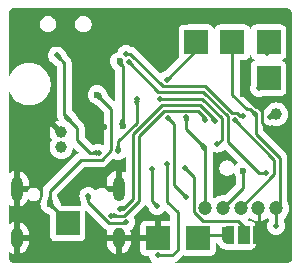
<source format=gbr>
%TF.GenerationSoftware,KiCad,Pcbnew,8.0.6-8.0.6-0~ubuntu24.04.1*%
%TF.CreationDate,2024-11-07T17:00:29-08:00*%
%TF.ProjectId,uSlime,75536c69-6d65-42e6-9b69-6361645f7063,rev?*%
%TF.SameCoordinates,Original*%
%TF.FileFunction,Copper,L2,Bot*%
%TF.FilePolarity,Positive*%
%FSLAX46Y46*%
G04 Gerber Fmt 4.6, Leading zero omitted, Abs format (unit mm)*
G04 Created by KiCad (PCBNEW 8.0.6-8.0.6-0~ubuntu24.04.1) date 2024-11-07 17:00:29*
%MOMM*%
%LPD*%
G01*
G04 APERTURE LIST*
G04 Aperture macros list*
%AMFreePoly0*
4,1,19,0.550000,-0.750000,0.000000,-0.750000,0.000000,-0.744911,-0.071157,-0.744911,-0.207708,-0.704816,-0.327430,-0.627875,-0.420627,-0.520320,-0.479746,-0.390866,-0.500000,-0.250000,-0.500000,0.250000,-0.479746,0.390866,-0.420627,0.520320,-0.327430,0.627875,-0.207708,0.704816,-0.071157,0.744911,0.000000,0.744911,0.000000,0.750000,0.550000,0.750000,0.550000,-0.750000,0.550000,-0.750000,
$1*%
%AMFreePoly1*
4,1,19,0.000000,0.744911,0.071157,0.744911,0.207708,0.704816,0.327430,0.627875,0.420627,0.520320,0.479746,0.390866,0.500000,0.250000,0.500000,-0.250000,0.479746,-0.390866,0.420627,-0.520320,0.327430,-0.627875,0.207708,-0.704816,0.071157,-0.744911,0.000000,-0.744911,0.000000,-0.750000,-0.550000,-0.750000,-0.550000,0.750000,0.000000,0.750000,0.000000,0.744911,0.000000,0.744911,
$1*%
G04 Aperture macros list end*
%TA.AperFunction,ComponentPad*%
%ADD10C,1.200000*%
%TD*%
%TA.AperFunction,ComponentPad*%
%ADD11O,1.000000X2.100000*%
%TD*%
%TA.AperFunction,ComponentPad*%
%ADD12O,1.000000X1.800000*%
%TD*%
%TA.AperFunction,ComponentPad*%
%ADD13C,1.000000*%
%TD*%
%TA.AperFunction,SMDPad,CuDef*%
%ADD14R,2.000000X2.000000*%
%TD*%
%TA.AperFunction,SMDPad,CuDef*%
%ADD15C,1.000000*%
%TD*%
%TA.AperFunction,SMDPad,CuDef*%
%ADD16FreePoly0,0.000000*%
%TD*%
%TA.AperFunction,SMDPad,CuDef*%
%ADD17R,1.000000X1.500000*%
%TD*%
%TA.AperFunction,SMDPad,CuDef*%
%ADD18FreePoly1,0.000000*%
%TD*%
%TA.AperFunction,ViaPad*%
%ADD19C,0.600000*%
%TD*%
%TA.AperFunction,ViaPad*%
%ADD20C,0.500000*%
%TD*%
%TA.AperFunction,Conductor*%
%ADD21C,0.254000*%
%TD*%
G04 APERTURE END LIST*
D10*
%TO.P,CN2,1,1*%
%TO.N,BNO_SDA*%
X17145000Y-17450000D03*
%TO.P,CN2,2,2*%
%TO.N,+3.3V*%
X18645000Y-17450000D03*
%TO.P,CN2,3,3*%
%TO.N,BNO_INT2*%
X20145000Y-17450000D03*
%TO.P,CN2,4,4*%
%TO.N,GND*%
X21645000Y-17450000D03*
%TO.P,CN2,5,5*%
%TO.N,BNO_SCL*%
X23145000Y-17450000D03*
%TD*%
D11*
%TO.P,J1,S1,SHIELD*%
%TO.N,GND*%
X1180000Y-15795000D03*
D12*
X1180000Y-19975000D03*
D11*
X9820000Y-15795000D03*
D12*
X9820000Y-19975000D03*
%TD*%
D13*
%TO.P,CN1,1,1*%
%TO.N,GND*%
X4969000Y-11025000D03*
%TO.P,CN1,2,2*%
%TO.N,VBAT*%
X4969000Y-12275000D03*
%TD*%
D14*
%TO.P,TP7,1,1*%
%TO.N,GND*%
X13150000Y-20000000D03*
%TD*%
%TO.P,TP2,1,1*%
%TO.N,+3.3V*%
X16550000Y-20000000D03*
%TD*%
%TO.P,TP3,1,1*%
%TO.N,/ESP32-C6FH4/IO20{slash}PICO*%
X22500000Y-6450000D03*
%TD*%
%TO.P,TP4,1,1*%
%TO.N,BNO_SCL*%
X19450000Y-3400000D03*
%TD*%
%TO.P,TP8,1,1*%
%TO.N,VBUS*%
X5500000Y-18750000D03*
%TD*%
%TO.P,TP5,1,1*%
%TO.N,/ESP32-C6FH4/IO21{slash}POCI*%
X22500000Y-3400000D03*
%TD*%
D15*
%TO.P,TP1,1,1*%
%TO.N,/ESP32-C6FH4/IO9{slash}BOOT*%
X23150000Y-9500000D03*
%TD*%
D16*
%TO.P,JP1,1,A*%
%TO.N,+3.3V*%
X19100000Y-19757500D03*
D17*
%TO.P,JP1,2,C*%
%TO.N,Net-(JP1-C)*%
X20400000Y-19757500D03*
D18*
%TO.P,JP1,3,B*%
%TO.N,GND*%
X21700000Y-19757500D03*
%TD*%
D14*
%TO.P,TP6,1,1*%
%TO.N,BNO_SDA*%
X16400000Y-3400000D03*
%TD*%
D19*
%TO.N,GND*%
X19000000Y-15650000D03*
X8573000Y-10600000D03*
X20304643Y-7795357D03*
X7400000Y-6900000D03*
X23600000Y-11550000D03*
X15550000Y-1650000D03*
D20*
%TO.N,/ESP32-C6FH4/ESP_EN*%
X18176861Y-11998309D03*
X13316601Y-8176104D03*
%TO.N,/ESP32-C6FH4/IO9{slash}BOOT*%
X22650000Y-9700000D03*
D19*
%TO.N,VBUS*%
X8000000Y-7850000D03*
X4000000Y-17100000D03*
D20*
%TO.N,/ESP32-C6FH4/IO8*%
X10450000Y-4400000D03*
X20350000Y-9631002D03*
%TO.N,/ESP32-C6FH4/IO20{slash}PICO*%
X21700000Y-7300000D03*
%TO.N,/ESP32-C6FH4/IO21{slash}POCI*%
X22400000Y-4350000D03*
%TO.N,D+ P*%
X9900000Y-17523003D03*
X17950000Y-10050000D03*
%TO.N,D- N*%
X9200000Y-18100003D03*
X17150000Y-10000000D03*
%TO.N,BNO_INT*%
X13950000Y-9800000D03*
X15524672Y-16482672D03*
%TO.N,Net-(U5-BOOTN)*%
X12659792Y-14165170D03*
X13080216Y-17254389D03*
%TO.N,BNO_SCL*%
X23150000Y-18954000D03*
X21350000Y-9500000D03*
%TO.N,BNO_SDA*%
X15550000Y-9764218D03*
X17023000Y-12250000D03*
X13893601Y-6568104D03*
%TO.N,Net-(JP1-C)*%
X15462843Y-14076070D03*
%TO.N,Net-(U5-ENV_SDA)*%
X13923000Y-13750000D03*
X13154460Y-21450002D03*
D19*
%TO.N,+3.3V*%
X16550000Y-20000000D03*
X20350000Y-14300000D03*
X10150000Y-10500000D03*
X18800000Y-19300000D03*
X9903257Y-5014182D03*
D20*
%TO.N,BatSense*%
X11352002Y-8247538D03*
X9771908Y-12602492D03*
%TO.N,Net-(J1-CC2)*%
X10463626Y-18632763D03*
X7250000Y-16400000D03*
%TO.N,BNO_INT2*%
X19627000Y-9993000D03*
%TO.N,Net-(D2-A)*%
X4575000Y-4525000D03*
X8110000Y-12773000D03*
X5525000Y-9875000D03*
%TO.N,Net-(LED1---Pad4)*%
X22245974Y-14495972D03*
X10651144Y-5070481D03*
%TD*%
D21*
%TO.N,GND*%
X21409286Y-8900000D02*
X21566002Y-8900000D01*
X21700000Y-17505000D02*
X21645000Y-17450000D01*
X21927000Y-9260998D02*
X21927000Y-10227000D01*
X21927000Y-10227000D02*
X23250000Y-11550000D01*
X21566002Y-8900000D02*
X21927000Y-9260998D01*
X21700000Y-19757500D02*
X21700000Y-17505000D01*
X20304643Y-7795357D02*
X21409286Y-8900000D01*
X23250000Y-11550000D02*
X23600000Y-11550000D01*
X13150000Y-20000000D02*
X9845000Y-20000000D01*
X9845000Y-20000000D02*
X9820000Y-19975000D01*
%TO.N,/ESP32-C6FH4/ESP_EN*%
X16892106Y-8176104D02*
X18527000Y-9810998D01*
X13316601Y-8176104D02*
X16892106Y-8176104D01*
X18527000Y-9810998D02*
X18527000Y-11648170D01*
X18527000Y-11648170D02*
X18176861Y-11998309D01*
%TO.N,/ESP32-C6FH4/IO9{slash}BOOT*%
X22850000Y-9500000D02*
X22650000Y-9700000D01*
X23150000Y-9500000D02*
X22850000Y-9500000D01*
%TO.N,VBUS*%
X5500000Y-18600000D02*
X5500000Y-18750000D01*
X4000000Y-16000000D02*
X4000000Y-17100000D01*
X8376002Y-13350000D02*
X6650000Y-13350000D01*
X9200000Y-9050000D02*
X9200000Y-12526002D01*
X6650000Y-13350000D02*
X4000000Y-16000000D01*
X4000000Y-17100000D02*
X5500000Y-18600000D01*
X9200000Y-12526002D02*
X8376002Y-13350000D01*
X8000000Y-7850000D02*
X9200000Y-9050000D01*
%TO.N,/ESP32-C6FH4/IO8*%
X20081004Y-9631002D02*
X19866002Y-9416000D01*
X13545104Y-7145104D02*
X10800000Y-4400000D01*
X19416107Y-9416000D02*
X17145211Y-7145104D01*
X17145211Y-7145104D02*
X13545104Y-7145104D01*
X10800000Y-4400000D02*
X10450000Y-4400000D01*
X20350000Y-9631002D02*
X20081004Y-9631002D01*
X19866002Y-9416000D02*
X19416107Y-9416000D01*
%TO.N,/ESP32-C6FH4/IO20{slash}PICO*%
X22500000Y-6500000D02*
X22500000Y-6450000D01*
X21700000Y-7300000D02*
X22500000Y-6500000D01*
%TO.N,/ESP32-C6FH4/IO21{slash}POCI*%
X22500000Y-4250000D02*
X22400000Y-4350000D01*
X22500000Y-3400000D02*
X22500000Y-4250000D01*
%TO.N,D+ P*%
X11050000Y-16650000D02*
X11050000Y-11150000D01*
X13466782Y-8733218D02*
X16725270Y-8733218D01*
X11050000Y-11150000D02*
X13466782Y-8733218D01*
X17950000Y-9957948D02*
X17950000Y-10050000D01*
X10176997Y-17523003D02*
X11050000Y-16650000D01*
X16725270Y-8733218D02*
X17950000Y-9957948D01*
X9900000Y-17523003D02*
X10176997Y-17523003D01*
%TO.N,D- N*%
X11504000Y-11338052D02*
X13654834Y-9187218D01*
X10242050Y-18100003D02*
X11504000Y-16838053D01*
X9200000Y-18100003D02*
X10242050Y-18100003D01*
X16537218Y-9187218D02*
X17150000Y-9800000D01*
X11504000Y-16838053D02*
X11504000Y-11338052D01*
X13654834Y-9187218D02*
X16537218Y-9187218D01*
%TO.N,BNO_INT*%
X14500000Y-15458000D02*
X14500000Y-10350000D01*
X15524672Y-16482672D02*
X14500000Y-15458000D01*
X14500000Y-10350000D02*
X13950000Y-9800000D01*
%TO.N,Net-(U5-BOOTN)*%
X12659792Y-16833965D02*
X13080216Y-17254389D01*
X12659792Y-14165170D02*
X12659792Y-16833965D01*
%TO.N,BNO_SCL*%
X21445199Y-9595199D02*
X21445199Y-11169147D01*
X20650000Y-9050000D02*
X19450000Y-7850000D01*
X23454000Y-13177948D02*
X23454000Y-17141000D01*
X21350000Y-9500000D02*
X20900000Y-9050000D01*
X23150000Y-17455000D02*
X23145000Y-17450000D01*
X20900000Y-9050000D02*
X20650000Y-9050000D01*
X23454000Y-17141000D02*
X23145000Y-17450000D01*
X21350000Y-9500000D02*
X21445199Y-9595199D01*
X23150000Y-18954000D02*
X23150000Y-17455000D01*
X21445199Y-11169147D02*
X23454000Y-13177948D01*
X19450000Y-7850000D02*
X19450000Y-3400000D01*
%TO.N,BNO_SDA*%
X16400000Y-4061705D02*
X16400000Y-3400000D01*
X17023000Y-12250000D02*
X15550000Y-10777000D01*
X15550000Y-10777000D02*
X15550000Y-9764218D01*
X13893601Y-6568104D02*
X16400000Y-4061705D01*
X17145000Y-12372000D02*
X17145000Y-17450000D01*
X17023000Y-12250000D02*
X17145000Y-12372000D01*
%TO.N,Net-(JP1-C)*%
X16200000Y-14813227D02*
X15462843Y-14076070D01*
X16934024Y-18550000D02*
X16200000Y-17815976D01*
X19934024Y-18550000D02*
X16934024Y-18550000D01*
X20400000Y-19757500D02*
X20400000Y-19015976D01*
X20400000Y-19015976D02*
X19934024Y-18550000D01*
X16200000Y-17815976D02*
X16200000Y-14813227D01*
%TO.N,Net-(U5-ENV_SDA)*%
X13923000Y-16940703D02*
X13923000Y-13750000D01*
X14800000Y-17817703D02*
X13923000Y-16940703D01*
X13154460Y-21450002D02*
X14353998Y-21450002D01*
X14800000Y-21004000D02*
X14800000Y-17817703D01*
X14353998Y-21450002D02*
X14800000Y-21004000D01*
%TO.N,+3.3V*%
X16792500Y-19757500D02*
X16550000Y-20000000D01*
X9903257Y-5014182D02*
X9903257Y-5138596D01*
X19100000Y-19757500D02*
X16792500Y-19757500D01*
X20350000Y-15745000D02*
X18645000Y-17450000D01*
X9903257Y-5138596D02*
X10150000Y-5385339D01*
X19100000Y-19757500D02*
X19100000Y-19600000D01*
X20350000Y-14300000D02*
X20350000Y-15745000D01*
X10150000Y-5385339D02*
X10150000Y-10500000D01*
X19100000Y-19600000D02*
X18800000Y-19300000D01*
%TO.N,BatSense*%
X11352002Y-10205946D02*
X11352002Y-8247538D01*
X9771908Y-12602492D02*
X9771908Y-11786040D01*
X9771908Y-11786040D02*
X11352002Y-10205946D01*
%TO.N,Net-(J1-CC2)*%
X7250000Y-16966005D02*
X8960998Y-18677003D01*
X8960998Y-18677003D02*
X10419386Y-18677003D01*
X7250000Y-16400000D02*
X7250000Y-16966005D01*
X10419386Y-18677003D02*
X10463626Y-18632763D01*
%TO.N,BNO_INT2*%
X23000000Y-14557948D02*
X20145000Y-17412948D01*
X23000000Y-13366000D02*
X23000000Y-14557948D01*
X20145000Y-17412948D02*
X20145000Y-17450000D01*
X19627000Y-9993000D02*
X23000000Y-13366000D01*
%TO.N,Net-(D2-A)*%
X4575000Y-4525000D02*
X5200000Y-5150000D01*
X5525000Y-9875000D02*
X6300000Y-10650000D01*
X6300000Y-11700000D02*
X7373000Y-12773000D01*
X5200000Y-5150000D02*
X5200000Y-9550000D01*
X6300000Y-10650000D02*
X6300000Y-11700000D01*
X5200000Y-9550000D02*
X5525000Y-9875000D01*
X7373000Y-12773000D02*
X8110000Y-12773000D01*
%TO.N,Net-(LED1---Pad4)*%
X19050000Y-11850000D02*
X19050000Y-9691946D01*
X13555603Y-7599104D02*
X13179767Y-7599104D01*
X22245974Y-14495972D02*
X21695972Y-14495972D01*
X19050000Y-9691946D02*
X16958054Y-7600000D01*
X16958054Y-7600000D02*
X13556499Y-7600000D01*
X13179767Y-7599104D02*
X10651144Y-5070481D01*
X21695972Y-14495972D02*
X19050000Y-11850000D01*
X13556499Y-7600000D02*
X13555603Y-7599104D01*
%TD*%
%TA.AperFunction,Conductor*%
%TO.N,GND*%
G36*
X23923644Y-507584D02*
G01*
X23923980Y-507607D01*
X23927000Y-507607D01*
X23927004Y-507608D01*
X23990144Y-507607D01*
X23995630Y-507914D01*
X24098562Y-519512D01*
X24109257Y-521953D01*
X24204407Y-555247D01*
X24214292Y-560007D01*
X24293020Y-609475D01*
X24299654Y-613643D01*
X24308233Y-620485D01*
X24379514Y-691766D01*
X24386356Y-700345D01*
X24439992Y-785707D01*
X24444752Y-795593D01*
X24478045Y-890741D01*
X24480487Y-901438D01*
X24492084Y-1004368D01*
X24492392Y-1009854D01*
X24492392Y-1075963D01*
X24492416Y-1076334D01*
X24499499Y-21597237D01*
X24499191Y-21602741D01*
X24487593Y-21705666D01*
X24485151Y-21716362D01*
X24451858Y-21811512D01*
X24447097Y-21821399D01*
X24393461Y-21906759D01*
X24386620Y-21915337D01*
X24315337Y-21986620D01*
X24306759Y-21993461D01*
X24221399Y-22047097D01*
X24211512Y-22051858D01*
X24116362Y-22085151D01*
X24105666Y-22087593D01*
X24009877Y-22098386D01*
X24002732Y-22099192D01*
X23997247Y-22099500D01*
X14672047Y-22099500D01*
X14637399Y-22085148D01*
X14623047Y-22050500D01*
X14637399Y-22015852D01*
X14649427Y-22007807D01*
X14649112Y-22007218D01*
X14651225Y-22006087D01*
X14651231Y-22006085D01*
X14754006Y-21937413D01*
X14841409Y-21850010D01*
X15243306Y-21448111D01*
X15277953Y-21433760D01*
X15304356Y-21442547D01*
X15304592Y-21442116D01*
X15306983Y-21443421D01*
X15307315Y-21443532D01*
X15307664Y-21443793D01*
X15307665Y-21443794D01*
X15307667Y-21443794D01*
X15307669Y-21443796D01*
X15442517Y-21494091D01*
X15442520Y-21494092D01*
X15486177Y-21498785D01*
X15502127Y-21500500D01*
X17597872Y-21500499D01*
X17597878Y-21500499D01*
X17657478Y-21494092D01*
X17657479Y-21494091D01*
X17657483Y-21494091D01*
X17792331Y-21443796D01*
X17907546Y-21357546D01*
X17993796Y-21242331D01*
X18044091Y-21107483D01*
X18044091Y-21107481D01*
X18044092Y-21107479D01*
X18050500Y-21047879D01*
X18050500Y-20434000D01*
X18064852Y-20399352D01*
X18099500Y-20385000D01*
X18135516Y-20385000D01*
X18170164Y-20399352D01*
X18180088Y-20413644D01*
X18215233Y-20490601D01*
X18215234Y-20490602D01*
X18293010Y-20611625D01*
X18293013Y-20611629D01*
X18293014Y-20611630D01*
X18387168Y-20720291D01*
X18387171Y-20720294D01*
X18495909Y-20814515D01*
X18616861Y-20892246D01*
X18616860Y-20892246D01*
X18684445Y-20923110D01*
X18747741Y-20952017D01*
X18885696Y-20992524D01*
X19028111Y-21013000D01*
X19028115Y-21013000D01*
X19650008Y-21013000D01*
X19707552Y-21008884D01*
X19721940Y-21007855D01*
X19755176Y-20998095D01*
X19786106Y-20999199D01*
X19792517Y-21001591D01*
X19792520Y-21001592D01*
X19836177Y-21006285D01*
X19852127Y-21008000D01*
X20947872Y-21007999D01*
X20947878Y-21007999D01*
X21007478Y-21001592D01*
X21007479Y-21001591D01*
X21007483Y-21001591D01*
X21142331Y-20951296D01*
X21257546Y-20865046D01*
X21343796Y-20749831D01*
X21394091Y-20614983D01*
X21394091Y-20614981D01*
X21394092Y-20614979D01*
X21400499Y-20555379D01*
X21400500Y-20555373D01*
X21400499Y-18959628D01*
X21400499Y-18959620D01*
X21394092Y-18900021D01*
X21394091Y-18900017D01*
X21343796Y-18765169D01*
X21338360Y-18757908D01*
X21320960Y-18734664D01*
X21257546Y-18649954D01*
X21188314Y-18598127D01*
X21142333Y-18563705D01*
X21142331Y-18563704D01*
X21084223Y-18542031D01*
X21007479Y-18513407D01*
X20947879Y-18507000D01*
X20947873Y-18507000D01*
X20798739Y-18507000D01*
X20764091Y-18492648D01*
X20726559Y-18455116D01*
X20712207Y-18420468D01*
X20726559Y-18385820D01*
X20735408Y-18378809D01*
X20811041Y-18331981D01*
X20862361Y-18285196D01*
X20897633Y-18272460D01*
X20928382Y-18285197D01*
X20979257Y-18331576D01*
X21152590Y-18438900D01*
X21342674Y-18512538D01*
X21543072Y-18550000D01*
X21746928Y-18550000D01*
X21947325Y-18512538D01*
X22137409Y-18438900D01*
X22310736Y-18331580D01*
X22361616Y-18285196D01*
X22396890Y-18272459D01*
X22427636Y-18285194D01*
X22478959Y-18331981D01*
X22499295Y-18344572D01*
X22521198Y-18375014D01*
X22522500Y-18386233D01*
X22522500Y-18527914D01*
X22514989Y-18553984D01*
X22469545Y-18626305D01*
X22413688Y-18785937D01*
X22413686Y-18785946D01*
X22394751Y-18954000D01*
X22411612Y-19103650D01*
X22413687Y-19122059D01*
X22469544Y-19281690D01*
X22559523Y-19424890D01*
X22679110Y-19544477D01*
X22822310Y-19634456D01*
X22981941Y-19690313D01*
X23150000Y-19709249D01*
X23318059Y-19690313D01*
X23477690Y-19634456D01*
X23620890Y-19544477D01*
X23740477Y-19424890D01*
X23830456Y-19281690D01*
X23886313Y-19122059D01*
X23905249Y-18954000D01*
X23886313Y-18785941D01*
X23830456Y-18626310D01*
X23830455Y-18626309D01*
X23830454Y-18626305D01*
X23785011Y-18553984D01*
X23777500Y-18527914D01*
X23777500Y-18380041D01*
X23791852Y-18345393D01*
X23800706Y-18338380D01*
X23801426Y-18337933D01*
X23811041Y-18331981D01*
X23961764Y-18194579D01*
X24084673Y-18031821D01*
X24175582Y-17849250D01*
X24231397Y-17653083D01*
X24250215Y-17450000D01*
X24231397Y-17246917D01*
X24175582Y-17050750D01*
X24164158Y-17027808D01*
X24086637Y-16872123D01*
X24081500Y-16850282D01*
X24081500Y-13116145D01*
X24081499Y-13116141D01*
X24080458Y-13110910D01*
X24074725Y-13082085D01*
X24074725Y-13082082D01*
X24057388Y-12994925D01*
X24057386Y-12994914D01*
X24055889Y-12991299D01*
X24019907Y-12904431D01*
X24010085Y-12880720D01*
X24010083Y-12880715D01*
X23941411Y-12777940D01*
X23854008Y-12690537D01*
X22087051Y-10923580D01*
X22072699Y-10888932D01*
X22072699Y-10302362D01*
X22087051Y-10267714D01*
X22121699Y-10253362D01*
X22156347Y-10267714D01*
X22179110Y-10290477D01*
X22322310Y-10380456D01*
X22481941Y-10436313D01*
X22650000Y-10455249D01*
X22787554Y-10439749D01*
X22807262Y-10441550D01*
X22953868Y-10486024D01*
X23150000Y-10505341D01*
X23346132Y-10486024D01*
X23534727Y-10428814D01*
X23708538Y-10335910D01*
X23860883Y-10210883D01*
X23985910Y-10058538D01*
X24078814Y-9884727D01*
X24136024Y-9696132D01*
X24155341Y-9500000D01*
X24136024Y-9303868D01*
X24078814Y-9115273D01*
X23985910Y-8941462D01*
X23985907Y-8941458D01*
X23985905Y-8941455D01*
X23932537Y-8876427D01*
X23860883Y-8789117D01*
X23776290Y-8719693D01*
X23708544Y-8664094D01*
X23708541Y-8664092D01*
X23708539Y-8664091D01*
X23708538Y-8664090D01*
X23549842Y-8579265D01*
X23534726Y-8571185D01*
X23346132Y-8513976D01*
X23150000Y-8494659D01*
X22953867Y-8513976D01*
X22953866Y-8513976D01*
X22765273Y-8571185D01*
X22591458Y-8664092D01*
X22591455Y-8664094D01*
X22439117Y-8789117D01*
X22314091Y-8941458D01*
X22253221Y-9055337D01*
X22236077Y-9073727D01*
X22179112Y-9109521D01*
X22179108Y-9109524D01*
X22107038Y-9181594D01*
X22072390Y-9195946D01*
X22037742Y-9181594D01*
X22030901Y-9173016D01*
X21940478Y-9029112D01*
X21940477Y-9029110D01*
X21820890Y-8909523D01*
X21677690Y-8819544D01*
X21518059Y-8763687D01*
X21518057Y-8763686D01*
X21518047Y-8763684D01*
X21515983Y-8763452D01*
X21486828Y-8749409D01*
X21300009Y-8562590D01*
X21300005Y-8562587D01*
X21284252Y-8552061D01*
X21197233Y-8493917D01*
X21157599Y-8477500D01*
X21083038Y-8446615D01*
X21083032Y-8446613D01*
X21034142Y-8436888D01*
X20961803Y-8422500D01*
X20961800Y-8422500D01*
X20930215Y-8422500D01*
X20895567Y-8408148D01*
X20091852Y-7604433D01*
X20077500Y-7569785D01*
X20077500Y-4949499D01*
X20091852Y-4914851D01*
X20126500Y-4900499D01*
X20497878Y-4900499D01*
X20557478Y-4894092D01*
X20557479Y-4894091D01*
X20557483Y-4894091D01*
X20692331Y-4843796D01*
X20807546Y-4757546D01*
X20893796Y-4642331D01*
X20929089Y-4547703D01*
X20954644Y-4520256D01*
X20992124Y-4518917D01*
X21019572Y-4544472D01*
X21020905Y-4547690D01*
X21038612Y-4595164D01*
X21056205Y-4642333D01*
X21071369Y-4662589D01*
X21142454Y-4757546D01*
X21207290Y-4806082D01*
X21245821Y-4834927D01*
X21257669Y-4843796D01*
X21352292Y-4879088D01*
X21352295Y-4879089D01*
X21379743Y-4904645D01*
X21381082Y-4942124D01*
X21355526Y-4969572D01*
X21352295Y-4970911D01*
X21257666Y-5006205D01*
X21142454Y-5092454D01*
X21056205Y-5207666D01*
X21005907Y-5342520D01*
X20999500Y-5402120D01*
X20999500Y-7021266D01*
X20996750Y-7037449D01*
X20963689Y-7131934D01*
X20963686Y-7131946D01*
X20944751Y-7300000D01*
X20963686Y-7468053D01*
X20963688Y-7468062D01*
X21019543Y-7627687D01*
X21019546Y-7627694D01*
X21047756Y-7672591D01*
X21052175Y-7681532D01*
X21056203Y-7692331D01*
X21079636Y-7723632D01*
X21081896Y-7726923D01*
X21099487Y-7754919D01*
X21109521Y-7770887D01*
X21109524Y-7770891D01*
X21128882Y-7790249D01*
X21133460Y-7795531D01*
X21142454Y-7807546D01*
X21154466Y-7816538D01*
X21159749Y-7821116D01*
X21229110Y-7890477D01*
X21372310Y-7980456D01*
X21531941Y-8036313D01*
X21700000Y-8055249D01*
X21868059Y-8036313D01*
X22027690Y-7980456D01*
X22063411Y-7958010D01*
X22089481Y-7950499D01*
X23547878Y-7950499D01*
X23607478Y-7944092D01*
X23607479Y-7944091D01*
X23607483Y-7944091D01*
X23742331Y-7893796D01*
X23857546Y-7807546D01*
X23943796Y-7692331D01*
X23994091Y-7557483D01*
X23994091Y-7557481D01*
X23994092Y-7557479D01*
X23999064Y-7511225D01*
X24000500Y-7497873D01*
X24000499Y-5402128D01*
X24000499Y-5402127D01*
X24000499Y-5402120D01*
X23994092Y-5342521D01*
X23990062Y-5331716D01*
X23943796Y-5207669D01*
X23935299Y-5196319D01*
X23923313Y-5180307D01*
X23857546Y-5092454D01*
X23799938Y-5049329D01*
X23742332Y-5006204D01*
X23742328Y-5006202D01*
X23647704Y-4970909D01*
X23620256Y-4945354D01*
X23618918Y-4907875D01*
X23644473Y-4880427D01*
X23647676Y-4879099D01*
X23742331Y-4843796D01*
X23857546Y-4757546D01*
X23943796Y-4642331D01*
X23994091Y-4507483D01*
X23994091Y-4507481D01*
X23994092Y-4507479D01*
X24000499Y-4447879D01*
X24000500Y-4447873D01*
X24000499Y-2352128D01*
X24000499Y-2352127D01*
X24000499Y-2352120D01*
X23994092Y-2292521D01*
X23994091Y-2292517D01*
X23943796Y-2157669D01*
X23857546Y-2042454D01*
X23788314Y-1990627D01*
X23742333Y-1956205D01*
X23742331Y-1956204D01*
X23697381Y-1939439D01*
X23607479Y-1905907D01*
X23547879Y-1899500D01*
X21452120Y-1899500D01*
X21392521Y-1905907D01*
X21257666Y-1956205D01*
X21142454Y-2042454D01*
X21056204Y-2157667D01*
X21056202Y-2157671D01*
X21020909Y-2252295D01*
X20995354Y-2279743D01*
X20957875Y-2281081D01*
X20930427Y-2255526D01*
X20929096Y-2252313D01*
X20893796Y-2157669D01*
X20807546Y-2042454D01*
X20738314Y-1990627D01*
X20692333Y-1956205D01*
X20692331Y-1956204D01*
X20647381Y-1939439D01*
X20557479Y-1905907D01*
X20497879Y-1899500D01*
X18402120Y-1899500D01*
X18342521Y-1905907D01*
X18207666Y-1956205D01*
X18092454Y-2042454D01*
X18006204Y-2157667D01*
X18006202Y-2157671D01*
X17970909Y-2252295D01*
X17945354Y-2279743D01*
X17907875Y-2281081D01*
X17880427Y-2255526D01*
X17879096Y-2252313D01*
X17843796Y-2157669D01*
X17757546Y-2042454D01*
X17688314Y-1990627D01*
X17642333Y-1956205D01*
X17642331Y-1956204D01*
X17597381Y-1939439D01*
X17507479Y-1905907D01*
X17447879Y-1899500D01*
X15352120Y-1899500D01*
X15292521Y-1905907D01*
X15157666Y-1956205D01*
X15042454Y-2042454D01*
X14956205Y-2157666D01*
X14905907Y-2292520D01*
X14899500Y-2352120D01*
X14899500Y-4447879D01*
X14905908Y-4507479D01*
X14905908Y-4507481D01*
X14905909Y-4507483D01*
X14918710Y-4541806D01*
X14938611Y-4595164D01*
X14937272Y-4632643D01*
X14927348Y-4646935D01*
X13756771Y-5817513D01*
X13727619Y-5831556D01*
X13725551Y-5831789D01*
X13725538Y-5831792D01*
X13565911Y-5887648D01*
X13565909Y-5887649D01*
X13422713Y-5977625D01*
X13422711Y-5977627D01*
X13378525Y-6021812D01*
X13343877Y-6036163D01*
X13309230Y-6021811D01*
X11200012Y-3912592D01*
X11200008Y-3912589D01*
X11199581Y-3912304D01*
X11097233Y-3843917D01*
X11097230Y-3843915D01*
X11097229Y-3843915D01*
X11063784Y-3830062D01*
X10983038Y-3796615D01*
X10983036Y-3796614D01*
X10983035Y-3796614D01*
X10983032Y-3796613D01*
X10983023Y-3796611D01*
X10870904Y-3774309D01*
X10854393Y-3767740D01*
X10777690Y-3719544D01*
X10618059Y-3663687D01*
X10618055Y-3663686D01*
X10618053Y-3663686D01*
X10450000Y-3644751D01*
X10281946Y-3663686D01*
X10281937Y-3663688D01*
X10122310Y-3719544D01*
X10122308Y-3719545D01*
X9979112Y-3809521D01*
X9979108Y-3809524D01*
X9859524Y-3929108D01*
X9859521Y-3929112D01*
X9769545Y-4072308D01*
X9769544Y-4072310D01*
X9721287Y-4210218D01*
X9696297Y-4238182D01*
X9691221Y-4240284D01*
X9553730Y-4288394D01*
X9400997Y-4384364D01*
X9400993Y-4384367D01*
X9273442Y-4511918D01*
X9273439Y-4511922D01*
X9177469Y-4664655D01*
X9117890Y-4834923D01*
X9117888Y-4834932D01*
X9097692Y-5014182D01*
X9117888Y-5193431D01*
X9117890Y-5193440D01*
X9177469Y-5363708D01*
X9273439Y-5516441D01*
X9273442Y-5516445D01*
X9331086Y-5574089D01*
X9334372Y-5577720D01*
X9358286Y-5606967D01*
X9506633Y-5743125D01*
X9522455Y-5777126D01*
X9522500Y-5779224D01*
X9522500Y-8366785D01*
X9508148Y-8401433D01*
X9473500Y-8415785D01*
X9438852Y-8401433D01*
X8938683Y-7901264D01*
X8929988Y-7889471D01*
X8729307Y-7508895D01*
X8726401Y-7502227D01*
X8726398Y-7502220D01*
X8725789Y-7500478D01*
X8725787Y-7500475D01*
X8725787Y-7500474D01*
X8629817Y-7347740D01*
X8629816Y-7347738D01*
X8502262Y-7220184D01*
X8502259Y-7220182D01*
X8349526Y-7124212D01*
X8179258Y-7064633D01*
X8179257Y-7064632D01*
X8179255Y-7064632D01*
X8179251Y-7064631D01*
X8179249Y-7064631D01*
X8000000Y-7044435D01*
X7820750Y-7064631D01*
X7820741Y-7064633D01*
X7650473Y-7124212D01*
X7497740Y-7220182D01*
X7497736Y-7220185D01*
X7370185Y-7347736D01*
X7370182Y-7347740D01*
X7274212Y-7500473D01*
X7214633Y-7670741D01*
X7214631Y-7670750D01*
X7194435Y-7850000D01*
X7214631Y-8029249D01*
X7214633Y-8029258D01*
X7274212Y-8199526D01*
X7370182Y-8352259D01*
X7370185Y-8352263D01*
X7497739Y-8479817D01*
X7521360Y-8494659D01*
X7650478Y-8575789D01*
X7652222Y-8576399D01*
X7658891Y-8579305D01*
X8039471Y-8779988D01*
X8051264Y-8788683D01*
X8558148Y-9295567D01*
X8572500Y-9330215D01*
X8572500Y-12088591D01*
X8558148Y-12123239D01*
X8523500Y-12137591D01*
X8497431Y-12130081D01*
X8437693Y-12092545D01*
X8278062Y-12036688D01*
X8278061Y-12036687D01*
X8278059Y-12036687D01*
X8278055Y-12036686D01*
X8278053Y-12036686D01*
X8110000Y-12017751D01*
X7941946Y-12036686D01*
X7941942Y-12036686D01*
X7941941Y-12036687D01*
X7941938Y-12036687D01*
X7941938Y-12036688D01*
X7899969Y-12051372D01*
X7889118Y-12053830D01*
X7878641Y-12054976D01*
X7878629Y-12054978D01*
X7638251Y-12116789D01*
X7601120Y-12111518D01*
X7591400Y-12103981D01*
X6941852Y-11454433D01*
X6927500Y-11419785D01*
X6927500Y-10588200D01*
X6927500Y-10588197D01*
X6926561Y-10583479D01*
X6926562Y-10583477D01*
X6904167Y-10470891D01*
X6903386Y-10466966D01*
X6862012Y-10367081D01*
X6856083Y-10352767D01*
X6787411Y-10249992D01*
X6700008Y-10162589D01*
X6385614Y-9848195D01*
X6378081Y-9838482D01*
X6196316Y-9530878D01*
X6196315Y-9530877D01*
X6196290Y-9530834D01*
X6187122Y-9515918D01*
X6187116Y-9515910D01*
X6184391Y-9512748D01*
X6180026Y-9506838D01*
X6115477Y-9404110D01*
X5995890Y-9284523D01*
X5995887Y-9284521D01*
X5850430Y-9193123D01*
X5828728Y-9162537D01*
X5827500Y-9151634D01*
X5827500Y-5088197D01*
X5820001Y-5050500D01*
X5803385Y-4966965D01*
X5766986Y-4879089D01*
X5756084Y-4852769D01*
X5756082Y-4852765D01*
X5724890Y-4806082D01*
X5724890Y-4806083D01*
X5687413Y-4749994D01*
X5435614Y-4498195D01*
X5428081Y-4488482D01*
X5246316Y-4180878D01*
X5246315Y-4180877D01*
X5246290Y-4180834D01*
X5237122Y-4165918D01*
X5237116Y-4165910D01*
X5234391Y-4162748D01*
X5230026Y-4156838D01*
X5165477Y-4054110D01*
X5045890Y-3934523D01*
X5037278Y-3929112D01*
X5010507Y-3912290D01*
X4902690Y-3844544D01*
X4743059Y-3788687D01*
X4743055Y-3788686D01*
X4743053Y-3788686D01*
X4575000Y-3769751D01*
X4406946Y-3788686D01*
X4406937Y-3788688D01*
X4247310Y-3844544D01*
X4247308Y-3844545D01*
X4104112Y-3934521D01*
X4104108Y-3934524D01*
X3984524Y-4054108D01*
X3984521Y-4054112D01*
X3894545Y-4197308D01*
X3894544Y-4197310D01*
X3838688Y-4356937D01*
X3838686Y-4356946D01*
X3819751Y-4525000D01*
X3835486Y-4664655D01*
X3838687Y-4693059D01*
X3894544Y-4852690D01*
X3920558Y-4894091D01*
X3984521Y-4995887D01*
X3984524Y-4995891D01*
X4104111Y-5115478D01*
X4221689Y-5189357D01*
X4226295Y-5192636D01*
X4230878Y-5196316D01*
X4538476Y-5378078D01*
X4548195Y-5385614D01*
X4558148Y-5395567D01*
X4572500Y-5430215D01*
X4572500Y-9488197D01*
X4572500Y-9611803D01*
X4596614Y-9733035D01*
X4625590Y-9802987D01*
X4643917Y-9847233D01*
X4644560Y-9848195D01*
X4692048Y-9919266D01*
X4712588Y-9950007D01*
X4727700Y-9965119D01*
X4737238Y-9978586D01*
X4742569Y-9989707D01*
X4744604Y-10027155D01*
X4719564Y-10055074D01*
X4712607Y-10057778D01*
X4584463Y-10096650D01*
X4460476Y-10162922D01*
X4460475Y-10162923D01*
X5027697Y-10730144D01*
X5008496Y-10725000D01*
X4929504Y-10725000D01*
X4853204Y-10745444D01*
X4784795Y-10784940D01*
X4728940Y-10840795D01*
X4689444Y-10909204D01*
X4669000Y-10985504D01*
X4669000Y-11064496D01*
X4674144Y-11083697D01*
X4106923Y-10516475D01*
X4106922Y-10516476D01*
X4040654Y-10640456D01*
X4040649Y-10640468D01*
X3983470Y-10828961D01*
X3983468Y-10828969D01*
X3964161Y-11024999D01*
X3983468Y-11221030D01*
X3983470Y-11221038D01*
X4040649Y-11409531D01*
X4040654Y-11409543D01*
X4133506Y-11583258D01*
X4133511Y-11583265D01*
X4162445Y-11618520D01*
X4173332Y-11654408D01*
X4162446Y-11680691D01*
X4133091Y-11716460D01*
X4040185Y-11890273D01*
X3982976Y-12078866D01*
X3982976Y-12078867D01*
X3963659Y-12274999D01*
X3963659Y-12275000D01*
X3982976Y-12471132D01*
X3982976Y-12471133D01*
X4040185Y-12659726D01*
X4063205Y-12702793D01*
X4100201Y-12772008D01*
X4133092Y-12833541D01*
X4133094Y-12833544D01*
X4199310Y-12914227D01*
X4258117Y-12985883D01*
X4345427Y-13057537D01*
X4410455Y-13110905D01*
X4410458Y-13110907D01*
X4410462Y-13110910D01*
X4584273Y-13203814D01*
X4772868Y-13261024D01*
X4969000Y-13280341D01*
X5165132Y-13261024D01*
X5353727Y-13203814D01*
X5527538Y-13110910D01*
X5679883Y-12985883D01*
X5804910Y-12833538D01*
X5897814Y-12659727D01*
X5955024Y-12471132D01*
X5965373Y-12366047D01*
X5983051Y-12332975D01*
X6018940Y-12322088D01*
X6048785Y-12336204D01*
X6409616Y-12697035D01*
X6423968Y-12731683D01*
X6409616Y-12766331D01*
X6393720Y-12776953D01*
X6352769Y-12793916D01*
X6352767Y-12793917D01*
X6293470Y-12833538D01*
X6249992Y-12862588D01*
X3512588Y-15599992D01*
X3443644Y-15703175D01*
X3442995Y-15704990D01*
X3396616Y-15816957D01*
X3396613Y-15816967D01*
X3373225Y-15934553D01*
X3372500Y-15938198D01*
X3372500Y-16399996D01*
X3370309Y-16414483D01*
X3243078Y-16825575D01*
X3235068Y-16854472D01*
X3235067Y-16854474D01*
X3234566Y-16859576D01*
X3232052Y-16870957D01*
X3214632Y-16920745D01*
X3214631Y-16920748D01*
X3214631Y-16920750D01*
X3194435Y-17100000D01*
X3214631Y-17279249D01*
X3214633Y-17279258D01*
X3274212Y-17449526D01*
X3370182Y-17602259D01*
X3370185Y-17602263D01*
X3497739Y-17729817D01*
X3529980Y-17750075D01*
X3650478Y-17825789D01*
X3652222Y-17826399D01*
X3658891Y-17829305D01*
X3696725Y-17849255D01*
X3973355Y-17995124D01*
X3997309Y-18023980D01*
X3999500Y-18038467D01*
X3999500Y-19797879D01*
X4005907Y-19857478D01*
X4005909Y-19857483D01*
X4056204Y-19992331D01*
X4142454Y-20107546D01*
X4257669Y-20193796D01*
X4392517Y-20244091D01*
X4392520Y-20244092D01*
X4436177Y-20248785D01*
X4452127Y-20250500D01*
X6547872Y-20250499D01*
X6547878Y-20250499D01*
X6607478Y-20244092D01*
X6607479Y-20244091D01*
X6607483Y-20244091D01*
X6742331Y-20193796D01*
X6857546Y-20107546D01*
X6943796Y-19992331D01*
X6994091Y-19857483D01*
X6994091Y-19857481D01*
X6994092Y-19857479D01*
X7000499Y-19797879D01*
X7000500Y-19797873D01*
X7000499Y-17722218D01*
X7014851Y-17687571D01*
X7049499Y-17673219D01*
X7084147Y-17687571D01*
X8473587Y-19077011D01*
X8560990Y-19164414D01*
X8663765Y-19233086D01*
X8707576Y-19251233D01*
X8777964Y-19280389D01*
X8807867Y-19286337D01*
X8839049Y-19307171D01*
X8846366Y-19343954D01*
X8820000Y-19476512D01*
X8820000Y-19725000D01*
X9520000Y-19725000D01*
X9520000Y-20225000D01*
X8820000Y-20225000D01*
X8820000Y-20473487D01*
X8858429Y-20666689D01*
X8858429Y-20666690D01*
X8933809Y-20848674D01*
X9043246Y-21012460D01*
X9182539Y-21151753D01*
X9346325Y-21261190D01*
X9528310Y-21336570D01*
X9570000Y-21344862D01*
X9570000Y-20541988D01*
X9579940Y-20559205D01*
X9635795Y-20615060D01*
X9704204Y-20654556D01*
X9780504Y-20675000D01*
X9859496Y-20675000D01*
X9935796Y-20654556D01*
X10004205Y-20615060D01*
X10060060Y-20559205D01*
X10070000Y-20541988D01*
X10070000Y-21344862D01*
X10111689Y-21336570D01*
X10111690Y-21336570D01*
X10293674Y-21261190D01*
X10457460Y-21151753D01*
X10596753Y-21012460D01*
X10706190Y-20848674D01*
X10781570Y-20666690D01*
X10781570Y-20666689D01*
X10820000Y-20473487D01*
X10820000Y-20225000D01*
X10120000Y-20225000D01*
X10120000Y-19725000D01*
X10820000Y-19725000D01*
X10820000Y-19476512D01*
X10794524Y-19348434D01*
X10801841Y-19311652D01*
X10816508Y-19297389D01*
X10934516Y-19223240D01*
X11054103Y-19103653D01*
X11144082Y-18960453D01*
X11146982Y-18952165D01*
X11650000Y-18952165D01*
X11650000Y-19750000D01*
X12900000Y-19750000D01*
X12900000Y-18500000D01*
X12102166Y-18500000D01*
X12042627Y-18506401D01*
X12042626Y-18506401D01*
X11907908Y-18556648D01*
X11792811Y-18642811D01*
X11706648Y-18757908D01*
X11656401Y-18892626D01*
X11656401Y-18892627D01*
X11650000Y-18952165D01*
X11146982Y-18952165D01*
X11199939Y-18800822D01*
X11218875Y-18632763D01*
X11199939Y-18464704D01*
X11144082Y-18305073D01*
X11080100Y-18203247D01*
X11073817Y-18166274D01*
X11086939Y-18142531D01*
X11991411Y-17238061D01*
X11991505Y-17237921D01*
X11991545Y-17237862D01*
X12042520Y-17161571D01*
X12073702Y-17140736D01*
X12110485Y-17148052D01*
X12124005Y-17161573D01*
X12124159Y-17161803D01*
X12172380Y-17233972D01*
X12329625Y-17391217D01*
X12343668Y-17420372D01*
X12343900Y-17422436D01*
X12343902Y-17422446D01*
X12343903Y-17422448D01*
X12399760Y-17582079D01*
X12489739Y-17725279D01*
X12609326Y-17844866D01*
X12752526Y-17934845D01*
X12912157Y-17990702D01*
X13080216Y-18009638D01*
X13248275Y-17990702D01*
X13407906Y-17934845D01*
X13551106Y-17844866D01*
X13670693Y-17725279D01*
X13695678Y-17685514D01*
X13726263Y-17663814D01*
X13763236Y-17670095D01*
X13771815Y-17676937D01*
X14158148Y-18063270D01*
X14172500Y-18097918D01*
X14172500Y-18451000D01*
X14158148Y-18485648D01*
X14123500Y-18500000D01*
X13400000Y-18500000D01*
X13400000Y-20201000D01*
X13385648Y-20235648D01*
X13351000Y-20250000D01*
X11650000Y-20250000D01*
X11650000Y-21047834D01*
X11656401Y-21107372D01*
X11656401Y-21107373D01*
X11706648Y-21242091D01*
X11792811Y-21357188D01*
X11907908Y-21443351D01*
X12042626Y-21493598D01*
X12102166Y-21500000D01*
X12361056Y-21500000D01*
X12395704Y-21514352D01*
X12409747Y-21543512D01*
X12418147Y-21618061D01*
X12474004Y-21777692D01*
X12474005Y-21777693D01*
X12563981Y-21920889D01*
X12563984Y-21920893D01*
X12658943Y-22015852D01*
X12673295Y-22050500D01*
X12658943Y-22085148D01*
X12624295Y-22099500D01*
X1002753Y-22099500D01*
X997267Y-22099192D01*
X989061Y-22098267D01*
X894333Y-22087593D01*
X883637Y-22085151D01*
X792860Y-22053388D01*
X788484Y-22051856D01*
X778603Y-22047098D01*
X693240Y-21993461D01*
X684662Y-21986620D01*
X613379Y-21915337D01*
X606538Y-21906759D01*
X570880Y-21850010D01*
X552899Y-21821393D01*
X548144Y-21811519D01*
X514847Y-21716361D01*
X512406Y-21705665D01*
X500808Y-21602733D01*
X500500Y-21597247D01*
X500500Y-21215335D01*
X514852Y-21180687D01*
X549500Y-21166335D01*
X576723Y-21174593D01*
X706325Y-21261190D01*
X888310Y-21336570D01*
X930000Y-21344862D01*
X930000Y-20541988D01*
X939940Y-20559205D01*
X995795Y-20615060D01*
X1064204Y-20654556D01*
X1140504Y-20675000D01*
X1219496Y-20675000D01*
X1295796Y-20654556D01*
X1364205Y-20615060D01*
X1420060Y-20559205D01*
X1430000Y-20541988D01*
X1430000Y-21344862D01*
X1471689Y-21336570D01*
X1471690Y-21336570D01*
X1653674Y-21261190D01*
X1817460Y-21151753D01*
X1956753Y-21012460D01*
X2066190Y-20848674D01*
X2141570Y-20666690D01*
X2141570Y-20666689D01*
X2180000Y-20473487D01*
X2180000Y-20225000D01*
X1480000Y-20225000D01*
X1480000Y-19725000D01*
X2180000Y-19725000D01*
X2180000Y-19476512D01*
X2141570Y-19283310D01*
X2141570Y-19283309D01*
X2066190Y-19101325D01*
X1956753Y-18937539D01*
X1817460Y-18798246D01*
X1653674Y-18688809D01*
X1471691Y-18613429D01*
X1471682Y-18613426D01*
X1430000Y-18605135D01*
X1430000Y-19408011D01*
X1420060Y-19390795D01*
X1364205Y-19334940D01*
X1295796Y-19295444D01*
X1219496Y-19275000D01*
X1140504Y-19275000D01*
X1064204Y-19295444D01*
X995795Y-19334940D01*
X939940Y-19390795D01*
X930000Y-19408011D01*
X930000Y-18605135D01*
X929999Y-18605135D01*
X888317Y-18613426D01*
X888308Y-18613429D01*
X706325Y-18688809D01*
X576723Y-18775406D01*
X539940Y-18782722D01*
X508758Y-18761887D01*
X500500Y-18734664D01*
X500500Y-17185335D01*
X514852Y-17150687D01*
X549500Y-17136335D01*
X576723Y-17144593D01*
X706325Y-17231190D01*
X888310Y-17306570D01*
X930000Y-17314862D01*
X930000Y-16511988D01*
X939940Y-16529205D01*
X995795Y-16585060D01*
X1064204Y-16624556D01*
X1140504Y-16645000D01*
X1219496Y-16645000D01*
X1295796Y-16624556D01*
X1364205Y-16585060D01*
X1420060Y-16529205D01*
X1430000Y-16511988D01*
X1430000Y-17314862D01*
X1471689Y-17306570D01*
X1471690Y-17306570D01*
X1653674Y-17231190D01*
X1817460Y-17121753D01*
X1956753Y-16982460D01*
X2066190Y-16818674D01*
X2112405Y-16707101D01*
X2138923Y-16680582D01*
X2176426Y-16680582D01*
X2192323Y-16691204D01*
X2256633Y-16755513D01*
X2256635Y-16755515D01*
X2279190Y-16768537D01*
X2387862Y-16831280D01*
X2387864Y-16831280D01*
X2387865Y-16831281D01*
X2493465Y-16859576D01*
X2534230Y-16870499D01*
X2534231Y-16870500D01*
X2534234Y-16870500D01*
X2685769Y-16870500D01*
X2685769Y-16870499D01*
X2832135Y-16831281D01*
X2963365Y-16755515D01*
X3070515Y-16648365D01*
X3139312Y-16529205D01*
X3146280Y-16517137D01*
X3146280Y-16517136D01*
X3146281Y-16517135D01*
X3185499Y-16370769D01*
X3185500Y-16370769D01*
X3185500Y-16219231D01*
X3185499Y-16219230D01*
X3146281Y-16072866D01*
X3146280Y-16072862D01*
X3077033Y-15952925D01*
X3070515Y-15941635D01*
X2963365Y-15834485D01*
X2832137Y-15758719D01*
X2832133Y-15758718D01*
X2685769Y-15719500D01*
X2685766Y-15719500D01*
X2534234Y-15719500D01*
X2534231Y-15719500D01*
X2387866Y-15758718D01*
X2387862Y-15758719D01*
X2256634Y-15834485D01*
X2256634Y-15834486D01*
X2149486Y-15941634D01*
X2149485Y-15941634D01*
X2103952Y-16020500D01*
X2074199Y-16043330D01*
X2061517Y-16045000D01*
X1480000Y-16045000D01*
X1480000Y-15545000D01*
X2180000Y-15545000D01*
X2180000Y-15146512D01*
X2141570Y-14953310D01*
X2141570Y-14953309D01*
X2066190Y-14771325D01*
X1956753Y-14607539D01*
X1817460Y-14468246D01*
X1653674Y-14358809D01*
X1471691Y-14283429D01*
X1471682Y-14283426D01*
X1430000Y-14275135D01*
X1430000Y-15078011D01*
X1420060Y-15060795D01*
X1364205Y-15004940D01*
X1295796Y-14965444D01*
X1219496Y-14945000D01*
X1140504Y-14945000D01*
X1064204Y-14965444D01*
X995795Y-15004940D01*
X939940Y-15060795D01*
X930000Y-15078011D01*
X930000Y-14275135D01*
X929999Y-14275135D01*
X888317Y-14283426D01*
X888308Y-14283429D01*
X706325Y-14358809D01*
X576723Y-14445406D01*
X539940Y-14452722D01*
X508758Y-14431887D01*
X500500Y-14404664D01*
X500500Y-7677605D01*
X514852Y-7642957D01*
X549500Y-7628605D01*
X584148Y-7642957D01*
X594770Y-7658854D01*
X608637Y-7692333D01*
X631716Y-7748049D01*
X659131Y-7795533D01*
X749725Y-7952447D01*
X749735Y-7952462D01*
X893403Y-8139693D01*
X893413Y-8139705D01*
X1060294Y-8306586D01*
X1060306Y-8306596D01*
X1247537Y-8450264D01*
X1247546Y-8450270D01*
X1247550Y-8450273D01*
X1294709Y-8477500D01*
X1442088Y-8562590D01*
X1451951Y-8568284D01*
X1670007Y-8658606D01*
X1670010Y-8658606D01*
X1670013Y-8658608D01*
X1897974Y-8719690D01*
X1897975Y-8719690D01*
X1897986Y-8719693D01*
X2131989Y-8750500D01*
X2131993Y-8750500D01*
X2368007Y-8750500D01*
X2368011Y-8750500D01*
X2602014Y-8719693D01*
X2829993Y-8658606D01*
X3048049Y-8568284D01*
X3252450Y-8450273D01*
X3439699Y-8306592D01*
X3606592Y-8139699D01*
X3750273Y-7952450D01*
X3868284Y-7748049D01*
X3958606Y-7529993D01*
X4019693Y-7302014D01*
X4050500Y-7068011D01*
X4050500Y-6831989D01*
X4019693Y-6597986D01*
X4011686Y-6568104D01*
X3958608Y-6370013D01*
X3958604Y-6370003D01*
X3897462Y-6222394D01*
X3868284Y-6151951D01*
X3750273Y-5947550D01*
X3750270Y-5947546D01*
X3750264Y-5947537D01*
X3606596Y-5760306D01*
X3606586Y-5760294D01*
X3439705Y-5593413D01*
X3439693Y-5593403D01*
X3252462Y-5449735D01*
X3252447Y-5449725D01*
X3048050Y-5331716D01*
X2829996Y-5241395D01*
X2829986Y-5241391D01*
X2602025Y-5180309D01*
X2602018Y-5180308D01*
X2602014Y-5180307D01*
X2368011Y-5149500D01*
X2131989Y-5149500D01*
X1897986Y-5180307D01*
X1897982Y-5180307D01*
X1897974Y-5180309D01*
X1670013Y-5241391D01*
X1670003Y-5241395D01*
X1451949Y-5331716D01*
X1247552Y-5449725D01*
X1247537Y-5449735D01*
X1060306Y-5593403D01*
X1060294Y-5593413D01*
X893413Y-5760294D01*
X893403Y-5760306D01*
X749735Y-5947537D01*
X749725Y-5947552D01*
X631716Y-6151949D01*
X594770Y-6241146D01*
X568251Y-6267664D01*
X530748Y-6267664D01*
X504230Y-6241145D01*
X500500Y-6222394D01*
X500500Y-1806001D01*
X3124500Y-1806001D01*
X3124500Y-1943998D01*
X3151417Y-2079318D01*
X3151420Y-2079329D01*
X3204223Y-2206807D01*
X3204225Y-2206811D01*
X3234616Y-2252294D01*
X3280883Y-2321539D01*
X3378460Y-2419116D01*
X3424102Y-2449613D01*
X3493189Y-2495775D01*
X3620672Y-2548580D01*
X3620678Y-2548581D01*
X3620681Y-2548582D01*
X3756001Y-2575499D01*
X3756007Y-2575500D01*
X3893993Y-2575500D01*
X4029328Y-2548580D01*
X4156811Y-2495775D01*
X4271542Y-2419114D01*
X4369114Y-2321542D01*
X4445775Y-2206811D01*
X4498580Y-2079328D01*
X4525500Y-1943993D01*
X4525500Y-1806007D01*
X4525499Y-1806001D01*
X6124500Y-1806001D01*
X6124500Y-1943998D01*
X6151417Y-2079318D01*
X6151420Y-2079329D01*
X6204223Y-2206807D01*
X6204225Y-2206811D01*
X6234616Y-2252294D01*
X6280883Y-2321539D01*
X6378460Y-2419116D01*
X6424102Y-2449613D01*
X6493189Y-2495775D01*
X6620672Y-2548580D01*
X6620678Y-2548581D01*
X6620681Y-2548582D01*
X6756001Y-2575499D01*
X6756007Y-2575500D01*
X6893993Y-2575500D01*
X7029328Y-2548580D01*
X7156811Y-2495775D01*
X7271542Y-2419114D01*
X7369114Y-2321542D01*
X7445775Y-2206811D01*
X7498580Y-2079328D01*
X7525500Y-1943993D01*
X7525500Y-1806007D01*
X7498580Y-1670672D01*
X7445775Y-1543189D01*
X7399613Y-1474102D01*
X7369116Y-1428460D01*
X7271539Y-1330883D01*
X7203074Y-1285137D01*
X7156811Y-1254225D01*
X7156808Y-1254223D01*
X7156807Y-1254223D01*
X7029329Y-1201420D01*
X7029318Y-1201417D01*
X6893998Y-1174500D01*
X6893993Y-1174500D01*
X6756007Y-1174500D01*
X6756001Y-1174500D01*
X6620681Y-1201417D01*
X6620670Y-1201420D01*
X6493192Y-1254223D01*
X6378460Y-1330883D01*
X6280883Y-1428460D01*
X6204223Y-1543192D01*
X6151420Y-1670670D01*
X6151417Y-1670681D01*
X6124500Y-1806001D01*
X4525499Y-1806001D01*
X4498580Y-1670672D01*
X4445775Y-1543189D01*
X4399613Y-1474102D01*
X4369116Y-1428460D01*
X4271539Y-1330883D01*
X4203074Y-1285137D01*
X4156811Y-1254225D01*
X4156808Y-1254223D01*
X4156807Y-1254223D01*
X4029329Y-1201420D01*
X4029318Y-1201417D01*
X3893998Y-1174500D01*
X3893993Y-1174500D01*
X3756007Y-1174500D01*
X3756001Y-1174500D01*
X3620681Y-1201417D01*
X3620670Y-1201420D01*
X3493192Y-1254223D01*
X3378460Y-1330883D01*
X3280883Y-1428460D01*
X3204223Y-1543192D01*
X3151420Y-1670670D01*
X3151417Y-1670681D01*
X3124500Y-1806001D01*
X500500Y-1806001D01*
X500500Y-1002752D01*
X500808Y-997266D01*
X512406Y-894332D01*
X514848Y-883637D01*
X548145Y-788477D01*
X552897Y-778610D01*
X606541Y-693235D01*
X613375Y-684666D01*
X684666Y-613375D01*
X693235Y-606541D01*
X778610Y-552897D01*
X788477Y-548145D01*
X883640Y-514847D01*
X894330Y-512406D01*
X997270Y-500807D01*
X1002741Y-500500D01*
X23923644Y-507584D01*
G37*
%TD.AperFunction*%
%TA.AperFunction,Conductor*%
G36*
X10408148Y-13096915D02*
G01*
X10422500Y-13131563D01*
X10422500Y-14353214D01*
X10408148Y-14387862D01*
X10373500Y-14402214D01*
X10346278Y-14393956D01*
X10293679Y-14358811D01*
X10293675Y-14358809D01*
X10111691Y-14283429D01*
X10111682Y-14283426D01*
X10070000Y-14275135D01*
X10070000Y-15078011D01*
X10060060Y-15060795D01*
X10004205Y-15004940D01*
X9935796Y-14965444D01*
X9859496Y-14945000D01*
X9780504Y-14945000D01*
X9704204Y-14965444D01*
X9635795Y-15004940D01*
X9579940Y-15060795D01*
X9570000Y-15078011D01*
X9570000Y-14275135D01*
X9569999Y-14275135D01*
X9528317Y-14283426D01*
X9528308Y-14283429D01*
X9346325Y-14358809D01*
X9182539Y-14468246D01*
X9043246Y-14607539D01*
X8933809Y-14771325D01*
X8858429Y-14953309D01*
X8858429Y-14953310D01*
X8820000Y-15146512D01*
X8820000Y-15545000D01*
X9520000Y-15545000D01*
X9520000Y-16045000D01*
X8938483Y-16045000D01*
X8903835Y-16030648D01*
X8896048Y-16020500D01*
X8857033Y-15952925D01*
X8850515Y-15941635D01*
X8743365Y-15834485D01*
X8612137Y-15758719D01*
X8612133Y-15758718D01*
X8465769Y-15719500D01*
X8465766Y-15719500D01*
X8314234Y-15719500D01*
X8314231Y-15719500D01*
X8167866Y-15758718D01*
X8167862Y-15758719D01*
X8036634Y-15834485D01*
X8036634Y-15834486D01*
X7929487Y-15941632D01*
X7927758Y-15943886D01*
X7895278Y-15962634D01*
X7859053Y-15952925D01*
X7847397Y-15940123D01*
X7840478Y-15929112D01*
X7840477Y-15929110D01*
X7720890Y-15809523D01*
X7577690Y-15719544D01*
X7418059Y-15663687D01*
X7418055Y-15663686D01*
X7418053Y-15663686D01*
X7250000Y-15644751D01*
X7081946Y-15663686D01*
X7081937Y-15663688D01*
X6922310Y-15719544D01*
X6922308Y-15719545D01*
X6779112Y-15809521D01*
X6779108Y-15809524D01*
X6659524Y-15929108D01*
X6659521Y-15929112D01*
X6569545Y-16072308D01*
X6569544Y-16072310D01*
X6513688Y-16231937D01*
X6513686Y-16231946D01*
X6495211Y-16395919D01*
X6494751Y-16400000D01*
X6496383Y-16414483D01*
X6513686Y-16568053D01*
X6513687Y-16568061D01*
X6528373Y-16610033D01*
X6530831Y-16620887D01*
X6531976Y-16631354D01*
X6531978Y-16631369D01*
X6620956Y-16977390D01*
X6622500Y-16989593D01*
X6622500Y-17027808D01*
X6631519Y-17073149D01*
X6646613Y-17149037D01*
X6646616Y-17149047D01*
X6663289Y-17189298D01*
X6663289Y-17226801D01*
X6636770Y-17253319D01*
X6610618Y-17255422D01*
X6610531Y-17256236D01*
X6547879Y-17249500D01*
X6547873Y-17249500D01*
X5057215Y-17249500D01*
X5022567Y-17235148D01*
X4938683Y-17151264D01*
X4929988Y-17139471D01*
X4748314Y-16794940D01*
X4744848Y-16786572D01*
X4629691Y-16414485D01*
X4627500Y-16399998D01*
X4627500Y-16280215D01*
X4641852Y-16245567D01*
X6895567Y-13991852D01*
X6930215Y-13977500D01*
X8437802Y-13977500D01*
X8437805Y-13977500D01*
X8559037Y-13953386D01*
X8644322Y-13918059D01*
X8673235Y-13906083D01*
X8776010Y-13837411D01*
X8863413Y-13750008D01*
X9346733Y-13266686D01*
X9381380Y-13252335D01*
X9407449Y-13259845D01*
X9424049Y-13270275D01*
X9444218Y-13282948D01*
X9603849Y-13338805D01*
X9771908Y-13357741D01*
X9939967Y-13338805D01*
X10099598Y-13282948D01*
X10242798Y-13192969D01*
X10338852Y-13096915D01*
X10373500Y-13082563D01*
X10408148Y-13096915D01*
G37*
%TD.AperFunction*%
%TA.AperFunction,Conductor*%
G36*
X18809207Y-12496626D02*
G01*
X19887213Y-13574632D01*
X19901565Y-13609280D01*
X19887213Y-13643928D01*
X19878636Y-13650769D01*
X19847733Y-13670187D01*
X19720185Y-13797736D01*
X19697973Y-13833085D01*
X19667386Y-13854786D01*
X19630413Y-13848503D01*
X19611214Y-13825765D01*
X19604404Y-13809325D01*
X19576465Y-13741873D01*
X19505276Y-13635331D01*
X19414669Y-13544724D01*
X19308127Y-13473535D01*
X19200266Y-13428857D01*
X19189742Y-13424498D01*
X19189737Y-13424497D01*
X19064072Y-13399500D01*
X19064069Y-13399500D01*
X18935931Y-13399500D01*
X18935927Y-13399500D01*
X18810262Y-13424497D01*
X18810257Y-13424498D01*
X18691874Y-13473534D01*
X18585331Y-13544723D01*
X18494723Y-13635331D01*
X18423534Y-13741874D01*
X18374498Y-13860257D01*
X18374497Y-13860262D01*
X18349500Y-13985927D01*
X18349500Y-14114072D01*
X18374497Y-14239737D01*
X18374498Y-14239742D01*
X18374499Y-14239744D01*
X18423535Y-14358127D01*
X18494724Y-14464669D01*
X18585331Y-14555276D01*
X18691873Y-14626465D01*
X18810256Y-14675501D01*
X18935931Y-14700500D01*
X19064069Y-14700500D01*
X19189744Y-14675501D01*
X19308127Y-14626465D01*
X19414669Y-14555276D01*
X19490324Y-14479620D01*
X19524971Y-14465269D01*
X19559619Y-14479621D01*
X19571221Y-14498085D01*
X19624212Y-14649526D01*
X19714989Y-14793994D01*
X19722500Y-14820064D01*
X19722500Y-15464784D01*
X19708148Y-15499432D01*
X18858845Y-16348734D01*
X18824197Y-16363086D01*
X18815193Y-16362252D01*
X18746976Y-16349500D01*
X18543024Y-16349500D01*
X18342544Y-16386976D01*
X18342540Y-16386977D01*
X18342537Y-16386978D01*
X18152366Y-16460650D01*
X17978957Y-16568020D01*
X17928011Y-16614463D01*
X17892736Y-16627199D01*
X17861989Y-16614463D01*
X17811043Y-16568020D01*
X17795703Y-16558522D01*
X17773801Y-16528079D01*
X17772500Y-16516862D01*
X17772500Y-12740764D01*
X17773014Y-12733686D01*
X17775891Y-12713977D01*
X17795097Y-12681765D01*
X17831455Y-12672569D01*
X17846438Y-12678092D01*
X17846690Y-12677570D01*
X17849164Y-12678760D01*
X17849171Y-12678765D01*
X18008802Y-12734622D01*
X18176861Y-12753558D01*
X18344920Y-12734622D01*
X18504551Y-12678765D01*
X18647751Y-12588786D01*
X18739911Y-12496626D01*
X18774559Y-12482274D01*
X18809207Y-12496626D01*
G37*
%TD.AperFunction*%
%TA.AperFunction,Conductor*%
G36*
X5287904Y-10990351D02*
G01*
X5302256Y-11024999D01*
X5287904Y-11059647D01*
X5263855Y-11083695D01*
X5269000Y-11064496D01*
X5269000Y-10985504D01*
X5263854Y-10966302D01*
X5287904Y-10990351D01*
G37*
%TD.AperFunction*%
%TD*%
%TA.AperFunction,Conductor*%
%TO.N,BNO_SDA*%
G36*
X17261321Y-12249953D02*
G01*
X17269580Y-12253413D01*
X17272974Y-12261678D01*
X17272025Y-12701703D01*
X17268580Y-12709969D01*
X17260325Y-12713378D01*
X17024543Y-12713378D01*
X17016270Y-12709951D01*
X17014575Y-12707804D01*
X16799184Y-12357313D01*
X16797772Y-12348470D01*
X16803026Y-12341219D01*
X16804621Y-12340400D01*
X17020812Y-12249915D01*
X17025371Y-12249009D01*
X17261321Y-12249953D01*
G37*
%TD.AperFunction*%
%TD*%
%TA.AperFunction,Conductor*%
%TO.N,BNO_SDA*%
G36*
X15737717Y-9841786D02*
G01*
X15771635Y-9855982D01*
X15777944Y-9862338D01*
X15778449Y-9869689D01*
X15679259Y-10255432D01*
X15673880Y-10262591D01*
X15667928Y-10264218D01*
X15432072Y-10264218D01*
X15423799Y-10260791D01*
X15420741Y-10255432D01*
X15321550Y-9869689D01*
X15322808Y-9860823D01*
X15328363Y-9855982D01*
X15545484Y-9765107D01*
X15554437Y-9765075D01*
X15737717Y-9841786D01*
G37*
%TD.AperFunction*%
%TD*%
%TA.AperFunction,Conductor*%
%TO.N,Net-(D2-A)*%
G36*
X5755561Y-9783199D02*
G01*
X5761117Y-9788040D01*
X5963740Y-10130941D01*
X5964998Y-10139807D01*
X5961940Y-10145166D01*
X5795166Y-10311940D01*
X5786893Y-10315367D01*
X5780941Y-10313740D01*
X5438040Y-10111117D01*
X5432661Y-10103958D01*
X5433165Y-10096609D01*
X5522436Y-9878822D01*
X5528743Y-9872468D01*
X5746609Y-9783166D01*
X5755561Y-9783199D01*
G37*
%TD.AperFunction*%
%TD*%
%TA.AperFunction,Conductor*%
%TO.N,VBUS*%
G36*
X8276284Y-7739260D02*
G01*
X8282122Y-7744599D01*
X8510042Y-8176830D01*
X8510870Y-8185746D01*
X8507966Y-8190560D01*
X8340560Y-8357966D01*
X8332287Y-8361393D01*
X8326830Y-8360042D01*
X7894599Y-8132122D01*
X7888879Y-8125232D01*
X7889233Y-8117329D01*
X7997436Y-7853815D01*
X8003746Y-7847464D01*
X8267329Y-7739233D01*
X8276284Y-7739260D01*
G37*
%TD.AperFunction*%
%TD*%
%TA.AperFunction,Conductor*%
%TO.N,Net-(D2-A)*%
G36*
X5329318Y-9510679D02*
G01*
X5344077Y-9517434D01*
X5610429Y-9639342D01*
X5616526Y-9645901D01*
X5616376Y-9654442D01*
X5526861Y-9871486D01*
X5520539Y-9877828D01*
X5520482Y-9877851D01*
X5304244Y-9966484D01*
X5295290Y-9966451D01*
X5289258Y-9960716D01*
X5081034Y-9526376D01*
X5080547Y-9517434D01*
X5086526Y-9510768D01*
X5091584Y-9509618D01*
X5324449Y-9509618D01*
X5329318Y-9510679D01*
G37*
%TD.AperFunction*%
%TD*%
%TA.AperFunction,Conductor*%
%TO.N,+3.3V*%
G36*
X10276647Y-9903427D02*
G01*
X10279551Y-9908241D01*
X10424020Y-10375038D01*
X10423192Y-10383954D01*
X10417354Y-10389293D01*
X10154511Y-10499115D01*
X10145556Y-10499142D01*
X10145489Y-10499115D01*
X9882645Y-10389293D01*
X9876333Y-10382941D01*
X9875979Y-10375039D01*
X10020449Y-9908240D01*
X10026169Y-9901351D01*
X10031626Y-9900000D01*
X10268374Y-9900000D01*
X10276647Y-9903427D01*
G37*
%TD.AperFunction*%
%TD*%
%TA.AperFunction,Conductor*%
%TO.N,BNO_SDA*%
G36*
X16767058Y-11811259D02*
G01*
X17109959Y-12013882D01*
X17115338Y-12021041D01*
X17114833Y-12028392D01*
X17025564Y-12246175D01*
X17019255Y-12252531D01*
X17019175Y-12252564D01*
X16801392Y-12341833D01*
X16792438Y-12341800D01*
X16786882Y-12336959D01*
X16584259Y-11994058D01*
X16583001Y-11985192D01*
X16586057Y-11979835D01*
X16752834Y-11813058D01*
X16761106Y-11809632D01*
X16767058Y-11811259D01*
G37*
%TD.AperFunction*%
%TD*%
%TA.AperFunction,Conductor*%
%TO.N,BatSense*%
G36*
X9898109Y-12105919D02*
G01*
X9901167Y-12111278D01*
X10000357Y-12497020D01*
X9999099Y-12505886D01*
X9993543Y-12510727D01*
X9776425Y-12601601D01*
X9767471Y-12601634D01*
X9767391Y-12601601D01*
X9550272Y-12510727D01*
X9543963Y-12504371D01*
X9543458Y-12497020D01*
X9642649Y-12111278D01*
X9648028Y-12104119D01*
X9653980Y-12102492D01*
X9889836Y-12102492D01*
X9898109Y-12105919D01*
G37*
%TD.AperFunction*%
%TD*%
%TA.AperFunction,Conductor*%
%TO.N,VBUS*%
G36*
X4126647Y-16503427D02*
G01*
X4129551Y-16508241D01*
X4274020Y-16975038D01*
X4273192Y-16983954D01*
X4267354Y-16989293D01*
X4004511Y-17099115D01*
X3995556Y-17099142D01*
X3995489Y-17099115D01*
X3732645Y-16989293D01*
X3726333Y-16982941D01*
X3725979Y-16975039D01*
X3870449Y-16508240D01*
X3876169Y-16501351D01*
X3881626Y-16500000D01*
X4118374Y-16500000D01*
X4126647Y-16503427D01*
G37*
%TD.AperFunction*%
%TD*%
%TA.AperFunction,Conductor*%
%TO.N,Net-(D2-A)*%
G36*
X4805561Y-4433199D02*
G01*
X4811117Y-4438040D01*
X5013740Y-4780941D01*
X5014998Y-4789807D01*
X5011940Y-4795166D01*
X4845166Y-4961940D01*
X4836893Y-4965367D01*
X4830941Y-4963740D01*
X4488040Y-4761117D01*
X4482661Y-4753958D01*
X4483165Y-4746609D01*
X4572436Y-4528822D01*
X4578743Y-4522468D01*
X4796609Y-4433166D01*
X4805561Y-4433199D01*
G37*
%TD.AperFunction*%
%TD*%
%TA.AperFunction,Conductor*%
%TO.N,D+ P*%
G36*
X10240085Y-17275479D02*
G01*
X10248273Y-17278906D01*
X10414648Y-17445281D01*
X10418075Y-17453554D01*
X10414648Y-17461827D01*
X10413108Y-17463123D01*
X10084791Y-17694140D01*
X10076053Y-17696098D01*
X10069819Y-17692877D01*
X9902765Y-17527154D01*
X9899306Y-17518898D01*
X9899966Y-17284752D01*
X9903416Y-17276492D01*
X9911698Y-17273088D01*
X10240085Y-17275479D01*
G37*
%TD.AperFunction*%
%TD*%
%TA.AperFunction,Conductor*%
%TO.N,D+ P*%
G36*
X17749593Y-9576201D02*
G01*
X18116467Y-9865104D01*
X18120847Y-9872915D01*
X18118421Y-9881534D01*
X18117535Y-9882536D01*
X17952379Y-10049021D01*
X17948510Y-10051607D01*
X17729979Y-10141182D01*
X17721025Y-10141149D01*
X17714716Y-10134793D01*
X17714666Y-10134670D01*
X17614647Y-9882536D01*
X17564660Y-9756524D01*
X17564795Y-9747572D01*
X17567260Y-9743942D01*
X17734083Y-9577119D01*
X17742355Y-9573693D01*
X17749593Y-9576201D01*
G37*
%TD.AperFunction*%
%TD*%
%TA.AperFunction,Conductor*%
%TO.N,D- N*%
G36*
X9691215Y-17970744D02*
G01*
X9698373Y-17976122D01*
X9700000Y-17982074D01*
X9700000Y-18217931D01*
X9696573Y-18226204D01*
X9691214Y-18229262D01*
X9305471Y-18328452D01*
X9296605Y-18327194D01*
X9291764Y-18321638D01*
X9277568Y-18287720D01*
X9200889Y-18104518D01*
X9200857Y-18095566D01*
X9291764Y-17878366D01*
X9298120Y-17872058D01*
X9305471Y-17871553D01*
X9691215Y-17970744D01*
G37*
%TD.AperFunction*%
%TD*%
%TA.AperFunction,Conductor*%
%TO.N,+3.3V*%
G36*
X10190649Y-5014139D02*
G01*
X10198909Y-5017593D01*
X10202308Y-5025878D01*
X10202189Y-5027504D01*
X10196011Y-5070480D01*
X10214446Y-5198705D01*
X10235771Y-5245400D01*
X10236711Y-5248607D01*
X10275094Y-5517566D01*
X10272870Y-5526240D01*
X10265164Y-5530802D01*
X10263511Y-5530919D01*
X10027555Y-5530919D01*
X10019644Y-5527839D01*
X10008451Y-5517566D01*
X9700101Y-5234552D01*
X9696323Y-5226433D01*
X9699392Y-5218021D01*
X9699685Y-5217713D01*
X9899812Y-5016643D01*
X9908074Y-5013198D01*
X10190649Y-5014139D01*
G37*
%TD.AperFunction*%
%TD*%
%TA.AperFunction,Conductor*%
%TO.N,VBUS*%
G36*
X4276284Y-16989260D02*
G01*
X4282122Y-16994599D01*
X4510042Y-17426830D01*
X4510870Y-17435746D01*
X4507966Y-17440560D01*
X4340560Y-17607966D01*
X4332287Y-17611393D01*
X4326830Y-17610042D01*
X3894599Y-17382122D01*
X3888879Y-17375232D01*
X3889233Y-17367329D01*
X3997436Y-17103815D01*
X4003746Y-17097464D01*
X4267329Y-16989233D01*
X4276284Y-16989260D01*
G37*
%TD.AperFunction*%
%TD*%
%TA.AperFunction,Conductor*%
%TO.N,D- N*%
G36*
X17029240Y-9500343D02*
G01*
X17029455Y-9500558D01*
X17029786Y-9500903D01*
X17319196Y-9814996D01*
X17322282Y-9823402D01*
X17318898Y-9831164D01*
X17154153Y-9997233D01*
X17145894Y-10000693D01*
X17145814Y-10000693D01*
X16909779Y-10000027D01*
X16901516Y-9996577D01*
X16898292Y-9990370D01*
X16842780Y-9677323D01*
X16844709Y-9668580D01*
X16846021Y-9667015D01*
X17012694Y-9500343D01*
X17020967Y-9496916D01*
X17029240Y-9500343D01*
G37*
%TD.AperFunction*%
%TD*%
%TA.AperFunction,Conductor*%
%TO.N,Net-(D2-A)*%
G36*
X8013394Y-12545808D02*
G01*
X8018235Y-12551364D01*
X8109109Y-12768483D01*
X8109142Y-12777437D01*
X8109109Y-12777517D01*
X8018235Y-12994635D01*
X8011879Y-13000944D01*
X8004528Y-13001449D01*
X7618786Y-12902259D01*
X7611627Y-12896880D01*
X7610000Y-12890928D01*
X7610000Y-12655071D01*
X7613427Y-12646798D01*
X7618783Y-12643741D01*
X8004528Y-12544550D01*
X8013394Y-12545808D01*
G37*
%TD.AperFunction*%
%TD*%
%TA.AperFunction,Conductor*%
%TO.N,BatSense*%
G36*
X11539719Y-8325106D02*
G01*
X11573637Y-8339302D01*
X11579946Y-8345658D01*
X11580451Y-8353009D01*
X11481261Y-8738752D01*
X11475882Y-8745911D01*
X11469930Y-8747538D01*
X11234074Y-8747538D01*
X11225801Y-8744111D01*
X11222743Y-8738752D01*
X11123552Y-8353009D01*
X11124810Y-8344143D01*
X11130365Y-8339302D01*
X11347486Y-8248427D01*
X11356439Y-8248395D01*
X11539719Y-8325106D01*
G37*
%TD.AperFunction*%
%TD*%
%TA.AperFunction,Conductor*%
%TO.N,Net-(J1-CC2)*%
G36*
X7437717Y-16477568D02*
G01*
X7471635Y-16491764D01*
X7477944Y-16498120D01*
X7478449Y-16505471D01*
X7379259Y-16891214D01*
X7373880Y-16898373D01*
X7367928Y-16900000D01*
X7132072Y-16900000D01*
X7123799Y-16896573D01*
X7120741Y-16891214D01*
X7021550Y-16505471D01*
X7022808Y-16496605D01*
X7028363Y-16491764D01*
X7245484Y-16400889D01*
X7254437Y-16400857D01*
X7437717Y-16477568D01*
G37*
%TD.AperFunction*%
%TD*%
M02*

</source>
